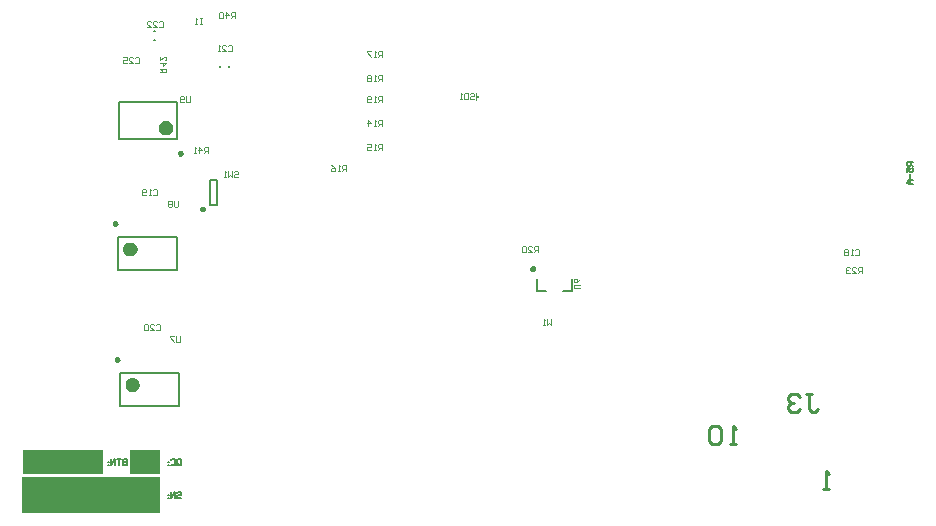
<source format=gbo>
%FSTAX23Y23*%
%MOIN*%
%SFA1B1*%

%IPPOS*%
%ADD36C,0.010000*%
%ADD64C,0.010000*%
%ADD65C,0.024000*%
%ADD66C,0.008000*%
%ADD69C,0.005000*%
%ADD70C,0.002000*%
%ADD121R,0.460000X0.120000*%
%ADD122R,0.100000X0.080000*%
%ADD123R,0.270000X0.080000*%
%LNkavi_pcb_r5-1*%
%LPD*%
G54D36*
X02622Y00208D02*
X02642D01*
X02632*
Y00158*
X02642Y00148*
X02652*
X02662Y00158*
X02602Y00198D02*
X02592Y00208D01*
X02572*
X02562Y00198*
Y00188*
X02572Y00178*
X02582*
X02572*
X02562Y00168*
Y00158*
X02572Y00148*
X02592*
X02602Y00158*
X0239Y0004D02*
X0237D01*
X0238*
Y001*
X0239Y0009*
X0234D02*
X0233Y001D01*
X0231*
X023Y0009*
Y0005*
X0231Y0004*
X0233*
X0234Y0005*
Y0009*
X027Y-0011D02*
X0268D01*
X0269*
Y-0005*
X027Y-0006*
G54D64*
X00324Y00776D02*
D01*
X00323Y00776*
X00323Y00776*
X00323Y00777*
X00323Y00777*
X00323Y00777*
X00323Y00778*
X00323Y00778*
X00323Y00778*
X00323Y00778*
X00322Y00779*
X00322Y00779*
X00322Y00779*
X00322Y00779*
X00321Y0078*
X00321Y0078*
X00321Y0078*
X0032Y0078*
X0032Y0078*
X0032Y0078*
X00319Y0078*
X00319Y0078*
X00319Y0078*
X00318*
X00318Y0078*
X00318Y0078*
X00317Y0078*
X00317Y0078*
X00317Y0078*
X00316Y0078*
X00316Y0078*
X00316Y0078*
X00315Y00779*
X00315Y00779*
X00315Y00779*
X00315Y00779*
X00314Y00778*
X00314Y00778*
X00314Y00778*
X00314Y00778*
X00314Y00777*
X00314Y00777*
X00314Y00777*
X00314Y00776*
X00314Y00776*
X00314Y00776*
X00314Y00775*
X00314Y00775*
X00314Y00774*
X00314Y00774*
X00314Y00774*
X00314Y00773*
X00314Y00773*
X00314Y00773*
X00314Y00773*
X00315Y00772*
X00315Y00772*
X00315Y00772*
X00315Y00772*
X00316Y00771*
X00316Y00771*
X00316Y00771*
X00317Y00771*
X00317Y00771*
X00317Y00771*
X00318Y00771*
X00318Y00771*
X00318Y00771*
X00319*
X00319Y00771*
X00319Y00771*
X0032Y00771*
X0032Y00771*
X0032Y00771*
X00321Y00771*
X00321Y00771*
X00321Y00771*
X00322Y00772*
X00322Y00772*
X00322Y00772*
X00322Y00772*
X00323Y00773*
X00323Y00773*
X00323Y00773*
X00323Y00773*
X00323Y00774*
X00323Y00774*
X00323Y00774*
X00323Y00775*
X00323Y00775*
X00324Y00776*
X00331Y00323D02*
D01*
X0033Y00323*
X0033Y00323*
X0033Y00324*
X0033Y00324*
X0033Y00324*
X0033Y00325*
X0033Y00325*
X0033Y00325*
X0033Y00325*
X00329Y00326*
X00329Y00326*
X00329Y00326*
X00329Y00326*
X00328Y00327*
X00328Y00327*
X00328Y00327*
X00327Y00327*
X00327Y00327*
X00327Y00327*
X00326Y00327*
X00326Y00327*
X00326Y00327*
X00325*
X00325Y00327*
X00325Y00327*
X00324Y00327*
X00324Y00327*
X00324Y00327*
X00323Y00327*
X00323Y00327*
X00323Y00327*
X00322Y00326*
X00322Y00326*
X00322Y00326*
X00322Y00326*
X00321Y00325*
X00321Y00325*
X00321Y00325*
X00321Y00325*
X00321Y00324*
X00321Y00324*
X00321Y00324*
X00321Y00323*
X00321Y00323*
X00321Y00323*
X00321Y00322*
X00321Y00322*
X00321Y00321*
X00321Y00321*
X00321Y00321*
X00321Y0032*
X00321Y0032*
X00321Y0032*
X00321Y0032*
X00322Y00319*
X00322Y00319*
X00322Y00319*
X00322Y00319*
X00323Y00318*
X00323Y00318*
X00323Y00318*
X00324Y00318*
X00324Y00318*
X00324Y00318*
X00325Y00318*
X00325Y00318*
X00325Y00318*
X00326*
X00326Y00318*
X00326Y00318*
X00327Y00318*
X00327Y00318*
X00327Y00318*
X00328Y00318*
X00328Y00318*
X00328Y00318*
X00329Y00319*
X00329Y00319*
X00329Y00319*
X00329Y00319*
X0033Y0032*
X0033Y0032*
X0033Y0032*
X0033Y0032*
X0033Y00321*
X0033Y00321*
X0033Y00321*
X0033Y00322*
X0033Y00322*
X00331Y00323*
X01717Y00626D02*
D01*
X01716Y00626*
X01716Y00626*
X01716Y00627*
X01716Y00627*
X01716Y00627*
X01716Y00628*
X01716Y00628*
X01716Y00628*
X01716Y00628*
X01715Y00629*
X01715Y00629*
X01715Y00629*
X01715Y00629*
X01714Y0063*
X01714Y0063*
X01714Y0063*
X01713Y0063*
X01713Y0063*
X01713Y0063*
X01712Y0063*
X01712Y0063*
X01712Y0063*
X01711*
X01711Y0063*
X01711Y0063*
X0171Y0063*
X0171Y0063*
X0171Y0063*
X01709Y0063*
X01709Y0063*
X01709Y0063*
X01708Y00629*
X01708Y00629*
X01708Y00629*
X01708Y00629*
X01707Y00628*
X01707Y00628*
X01707Y00628*
X01707Y00628*
X01707Y00627*
X01707Y00627*
X01707Y00627*
X01707Y00626*
X01707Y00626*
X01707Y00626*
X01707Y00625*
X01707Y00625*
X01707Y00624*
X01707Y00624*
X01707Y00624*
X01707Y00623*
X01707Y00623*
X01707Y00623*
X01707Y00623*
X01708Y00622*
X01708Y00622*
X01708Y00622*
X01708Y00622*
X01709Y00621*
X01709Y00621*
X01709Y00621*
X0171Y00621*
X0171Y00621*
X0171Y00621*
X01711Y00621*
X01711Y00621*
X01711Y00621*
X01712*
X01712Y00621*
X01712Y00621*
X01713Y00621*
X01713Y00621*
X01713Y00621*
X01714Y00621*
X01714Y00621*
X01714Y00621*
X01715Y00622*
X01715Y00622*
X01715Y00622*
X01715Y00622*
X01716Y00623*
X01716Y00623*
X01716Y00623*
X01716Y00623*
X01716Y00624*
X01716Y00624*
X01716Y00624*
X01716Y00625*
X01716Y00625*
X01717Y00626*
X00542Y01011D02*
D01*
X00541Y01011*
X00541Y01011*
X00541Y01012*
X00541Y01012*
X00541Y01012*
X00541Y01013*
X00541Y01013*
X00541Y01013*
X00541Y01013*
X0054Y01014*
X0054Y01014*
X0054Y01014*
X0054Y01014*
X00539Y01015*
X00539Y01015*
X00539Y01015*
X00538Y01015*
X00538Y01015*
X00538Y01015*
X00537Y01015*
X00537Y01015*
X00537Y01015*
X00536*
X00536Y01015*
X00536Y01015*
X00535Y01015*
X00535Y01015*
X00535Y01015*
X00534Y01015*
X00534Y01015*
X00534Y01015*
X00533Y01014*
X00533Y01014*
X00533Y01014*
X00533Y01014*
X00532Y01013*
X00532Y01013*
X00532Y01013*
X00532Y01013*
X00532Y01012*
X00532Y01012*
X00532Y01012*
X00532Y01011*
X00532Y01011*
X00532Y01011*
X00532Y0101*
X00532Y0101*
X00532Y01009*
X00532Y01009*
X00532Y01009*
X00532Y01008*
X00532Y01008*
X00532Y01008*
X00532Y01008*
X00533Y01007*
X00533Y01007*
X00533Y01007*
X00533Y01007*
X00534Y01006*
X00534Y01006*
X00534Y01006*
X00535Y01006*
X00535Y01006*
X00535Y01006*
X00536Y01006*
X00536Y01006*
X00536Y01006*
X00537*
X00537Y01006*
X00537Y01006*
X00538Y01006*
X00538Y01006*
X00538Y01006*
X00539Y01006*
X00539Y01006*
X00539Y01006*
X0054Y01007*
X0054Y01007*
X0054Y01007*
X0054Y01007*
X00541Y01008*
X00541Y01008*
X00541Y01008*
X00541Y01008*
X00541Y01009*
X00541Y01009*
X00541Y01009*
X00541Y0101*
X00541Y0101*
X00542Y01011*
X00616Y00825D02*
D01*
X00615Y00825*
X00615Y00825*
X00615Y00826*
X00615Y00826*
X00615Y00826*
X00615Y00827*
X00615Y00827*
X00615Y00827*
X00615Y00827*
X00614Y00828*
X00614Y00828*
X00614Y00828*
X00614Y00828*
X00613Y00829*
X00613Y00829*
X00613Y00829*
X00612Y00829*
X00612Y00829*
X00612Y00829*
X00611Y00829*
X00611Y00829*
X00611Y00829*
X0061*
X0061Y00829*
X0061Y00829*
X00609Y00829*
X00609Y00829*
X00609Y00829*
X00608Y00829*
X00608Y00829*
X00608Y00829*
X00607Y00828*
X00607Y00828*
X00607Y00828*
X00607Y00828*
X00606Y00827*
X00606Y00827*
X00606Y00827*
X00606Y00827*
X00606Y00826*
X00606Y00826*
X00606Y00826*
X00606Y00825*
X00606Y00825*
X00606Y00825*
X00606Y00824*
X00606Y00824*
X00606Y00823*
X00606Y00823*
X00606Y00823*
X00606Y00822*
X00606Y00822*
X00606Y00822*
X00606Y00822*
X00607Y00821*
X00607Y00821*
X00607Y00821*
X00607Y00821*
X00608Y0082*
X00608Y0082*
X00608Y0082*
X00609Y0082*
X00609Y0082*
X00609Y0082*
X0061Y0082*
X0061Y0082*
X0061Y0082*
X00611*
X00611Y0082*
X00611Y0082*
X00612Y0082*
X00612Y0082*
X00612Y0082*
X00613Y0082*
X00613Y0082*
X00613Y0082*
X00614Y00821*
X00614Y00821*
X00614Y00821*
X00614Y00821*
X00615Y00822*
X00615Y00822*
X00615Y00822*
X00615Y00822*
X00615Y00823*
X00615Y00823*
X00615Y00823*
X00615Y00824*
X00615Y00824*
X00616Y00825*
G54D65*
X00381Y00692D02*
D01*
X0038Y00692*
X0038Y00693*
X0038Y00694*
X0038Y00695*
X0038Y00696*
X00379Y00696*
X00379Y00697*
X00379Y00698*
X00378Y00699*
X00378Y00699*
X00377Y007*
X00377Y007*
X00376Y00701*
X00375Y00701*
X00375Y00702*
X00374Y00702*
X00373Y00703*
X00372Y00703*
X00371Y00703*
X00371Y00703*
X0037Y00703*
X00369Y00703*
X00368*
X00367Y00703*
X00366Y00703*
X00366Y00703*
X00365Y00703*
X00364Y00703*
X00363Y00702*
X00363Y00702*
X00362Y00701*
X00361Y00701*
X0036Y007*
X0036Y007*
X00359Y00699*
X00359Y00699*
X00358Y00698*
X00358Y00697*
X00358Y00696*
X00357Y00696*
X00357Y00695*
X00357Y00694*
X00357Y00693*
X00357Y00692*
X00357Y00692*
X00357Y00691*
X00357Y0069*
X00357Y00689*
X00357Y00688*
X00357Y00687*
X00358Y00687*
X00358Y00686*
X00358Y00685*
X00359Y00684*
X00359Y00684*
X0036Y00683*
X0036Y00683*
X00361Y00682*
X00362Y00682*
X00363Y00681*
X00363Y00681*
X00364Y0068*
X00365Y0068*
X00366Y0068*
X00366Y0068*
X00367Y0068*
X00368Y0068*
X00369*
X0037Y0068*
X00371Y0068*
X00371Y0068*
X00372Y0068*
X00373Y0068*
X00374Y00681*
X00375Y00681*
X00375Y00682*
X00376Y00682*
X00377Y00683*
X00377Y00683*
X00378Y00684*
X00378Y00684*
X00379Y00685*
X00379Y00686*
X00379Y00687*
X0038Y00687*
X0038Y00688*
X0038Y00689*
X0038Y0069*
X0038Y00691*
X00381Y00692*
X00388Y00239D02*
D01*
X00387Y00239*
X00387Y0024*
X00387Y00241*
X00387Y00242*
X00387Y00243*
X00386Y00243*
X00386Y00244*
X00386Y00245*
X00385Y00246*
X00385Y00246*
X00384Y00247*
X00384Y00247*
X00383Y00248*
X00382Y00248*
X00382Y00249*
X00381Y00249*
X0038Y0025*
X00379Y0025*
X00378Y0025*
X00378Y0025*
X00377Y0025*
X00376Y0025*
X00375*
X00374Y0025*
X00373Y0025*
X00373Y0025*
X00372Y0025*
X00371Y0025*
X0037Y00249*
X0037Y00249*
X00369Y00248*
X00368Y00248*
X00367Y00247*
X00367Y00247*
X00366Y00246*
X00366Y00246*
X00365Y00245*
X00365Y00244*
X00365Y00243*
X00364Y00243*
X00364Y00242*
X00364Y00241*
X00364Y0024*
X00364Y00239*
X00364Y00239*
X00364Y00238*
X00364Y00237*
X00364Y00236*
X00364Y00235*
X00364Y00234*
X00365Y00234*
X00365Y00233*
X00365Y00232*
X00366Y00231*
X00366Y00231*
X00367Y0023*
X00367Y0023*
X00368Y00229*
X00369Y00229*
X0037Y00228*
X0037Y00228*
X00371Y00227*
X00372Y00227*
X00373Y00227*
X00373Y00227*
X00374Y00227*
X00375Y00227*
X00376*
X00377Y00227*
X00378Y00227*
X00378Y00227*
X00379Y00227*
X0038Y00227*
X00381Y00228*
X00382Y00228*
X00382Y00229*
X00383Y00229*
X00384Y0023*
X00384Y0023*
X00385Y00231*
X00385Y00231*
X00386Y00232*
X00386Y00233*
X00386Y00234*
X00387Y00234*
X00387Y00235*
X00387Y00236*
X00387Y00237*
X00387Y00238*
X00388Y00239*
X005Y01096D02*
D01*
X00499Y01096*
X00499Y01097*
X00499Y01098*
X00499Y01099*
X00499Y011*
X00498Y011*
X00498Y01101*
X00498Y01102*
X00497Y01103*
X00497Y01103*
X00496Y01104*
X00496Y01104*
X00495Y01105*
X00494Y01105*
X00494Y01106*
X00493Y01106*
X00492Y01107*
X00491Y01107*
X0049Y01107*
X0049Y01107*
X00489Y01107*
X00488Y01107*
X00487*
X00486Y01107*
X00485Y01107*
X00485Y01107*
X00484Y01107*
X00483Y01107*
X00482Y01106*
X00482Y01106*
X00481Y01105*
X0048Y01105*
X00479Y01104*
X00479Y01104*
X00478Y01103*
X00478Y01103*
X00477Y01102*
X00477Y01101*
X00477Y011*
X00476Y011*
X00476Y01099*
X00476Y01098*
X00476Y01097*
X00476Y01096*
X00476Y01096*
X00476Y01095*
X00476Y01094*
X00476Y01093*
X00476Y01092*
X00476Y01091*
X00477Y01091*
X00477Y0109*
X00477Y01089*
X00478Y01088*
X00478Y01088*
X00479Y01087*
X00479Y01087*
X0048Y01086*
X00481Y01086*
X00482Y01085*
X00482Y01085*
X00483Y01084*
X00484Y01084*
X00485Y01084*
X00485Y01084*
X00486Y01084*
X00487Y01084*
X00488*
X00489Y01084*
X0049Y01084*
X0049Y01084*
X00491Y01084*
X00492Y01084*
X00493Y01085*
X00494Y01085*
X00494Y01086*
X00495Y01086*
X00496Y01087*
X00496Y01087*
X00497Y01088*
X00497Y01088*
X00498Y01089*
X00498Y0109*
X00498Y01091*
X00499Y01091*
X00499Y01092*
X00499Y01093*
X00499Y01094*
X00499Y01095*
X005Y01096*
G54D66*
X00526Y00621D02*
Y00731D01*
X0033Y00621D02*
Y00731D01*
Y00621D02*
X00526D01*
X0033Y00731D02*
X00526D01*
X00533Y00168D02*
Y00278D01*
X00337Y00168D02*
Y00278D01*
Y00168D02*
X00533D01*
X00337Y00278D02*
X00533D01*
X01811Y00551D02*
X01842D01*
Y00591*
X01724Y00551D02*
X01755D01*
X01724D02*
Y00591D01*
X00698Y01298D02*
Y01302D01*
X0067Y01298D02*
Y01302D01*
X00449Y01389D02*
X00453D01*
X00449Y01417D02*
X00453D01*
X00332Y01057D02*
Y01181D01*
X00525Y01057D02*
Y01181D01*
X00332D02*
X00525D01*
X00332Y01057D02*
X00525D01*
X0066Y00837D02*
Y00923D01*
X00636Y00837D02*
Y00923D01*
X0066*
X00636Y00837D02*
X0066D01*
G54D69*
X0298Y0098D02*
X0296D01*
Y0097*
X02963Y00967*
X0297*
X02973Y0097*
Y0098*
Y00973D02*
X0298Y00967D01*
X0296Y00947D02*
Y0096D01*
X0297*
X02967Y00953*
Y0095*
X0297Y00947*
X02977*
X0298Y0095*
Y00957*
X02977Y0096*
X0297Y0094D02*
Y00927D01*
X0298Y0092D02*
X02967D01*
X0296Y00913*
X02967Y00907*
X0298*
X0297*
Y0092*
X00527Y-00123D02*
X0053Y-0012D01*
X00537*
X0054Y-00123*
Y-00127*
X00537Y-0013*
X0053*
X00527Y-00133*
Y-00137*
X0053Y-0014*
X00537*
X0054Y-00137*
X0052Y-0014D02*
Y-0012D01*
X00507Y-0014*
Y-0012*
X005Y-00127D02*
X00497D01*
Y-0013*
X005*
Y-00127*
Y-00137D02*
X00497D01*
Y-0014*
X005*
Y-00137*
X00527Y-00027D02*
Y-00013D01*
X0053Y-0001*
X00537*
X0054Y-00013*
Y-00027*
X00537Y-0003*
X0053*
X00533Y-00023D02*
X00527Y-0003D01*
X0053D02*
X00527Y-00027D01*
X00507Y-00013D02*
X0051Y-0001D01*
X00517*
X0052Y-00013*
Y-00027*
X00517Y-0003*
X0051*
X00507Y-00027*
X005Y-00017D02*
X00497D01*
Y-0002*
X005*
Y-00017*
Y-00027D02*
X00497D01*
Y-0003*
X005*
Y-00027*
X0036Y-0001D02*
Y-0003D01*
X0035*
X00347Y-00027*
Y-00023*
X0035Y-0002*
X0036*
X0035*
X00347Y-00017*
Y-00013*
X0035Y-0001*
X0036*
X0034D02*
X00327D01*
X00333*
Y-0003*
X0032D02*
Y-0001D01*
X00307Y-0003*
Y-0001*
X003Y-00017D02*
X00297D01*
Y-0002*
X003*
Y-00017*
Y-00027D02*
X00297D01*
Y-0003*
X003*
Y-00027*
G54D70*
X0153Y012D02*
X01523D01*
X0153Y01197D02*
X01523D01*
Y0121D02*
Y01187D01*
X01503Y01207D02*
X01507Y0121D01*
X01513*
X01517Y01207*
Y01203*
X01513Y012*
X01507*
X01503Y01197*
Y01193*
X01507Y0119*
X01513*
X01517Y01193*
X01497Y0121D02*
Y0119D01*
X01487*
X01483Y01193*
Y01207*
X01487Y0121*
X01497*
X01477Y0119D02*
X0147D01*
X01473*
Y0121*
X01477Y01207*
X01772Y00457D02*
Y00437D01*
X01765Y00444*
X01759Y00437*
Y00457*
X01752Y00437D02*
X01745D01*
X01749*
Y00457*
X01752Y00454*
X0187Y0056D02*
X01853D01*
X0185Y00563*
Y0057*
X01853Y00573*
X0187*
Y00593D02*
X01867Y00587D01*
X0186Y0058*
X01853*
X0185Y00583*
Y0059*
X01853Y00593*
X01857*
X0186Y0059*
Y0058*
X0057Y012D02*
Y01183D01*
X00567Y0118*
X0056*
X00557Y01183*
Y012*
X0055Y01183D02*
X00547Y0118D01*
X0054*
X00537Y01183*
Y01197*
X0054Y012*
X00547*
X0055Y01197*
Y01193*
X00547Y0119*
X00537*
X00529Y00853D02*
Y00836D01*
X00526Y00833*
X00519*
X00516Y00836*
Y00853*
X00509Y0085D02*
X00506Y00853D01*
X00499*
X00496Y0085*
Y00846*
X00499Y00843*
X00496Y0084*
Y00836*
X00499Y00833*
X00506*
X00509Y00836*
Y0084*
X00506Y00843*
X00509Y00846*
Y0085*
X00506Y00843D02*
X00499D01*
X00536Y004D02*
Y00383D01*
X00533Y0038*
X00526*
X00523Y00383*
Y004*
X00516D02*
X00503D01*
Y00397*
X00516Y00383*
Y0038*
X00717Y00947D02*
X0072Y0095D01*
X00727*
X0073Y00947*
Y00943*
X00727Y0094*
X0072*
X00717Y00937*
Y00933*
X0072Y0093*
X00727*
X0073Y00933*
X0071Y0095D02*
Y0093D01*
X00703Y00937*
X00697Y0093*
Y0095*
X0069Y0093D02*
X00683D01*
X00687*
Y0095*
X0069Y00947*
X0173Y0068D02*
Y007D01*
X0172*
X01717Y00697*
Y0069*
X0172Y00687*
X0173*
X01723D02*
X01717Y0068D01*
X01697D02*
X0171D01*
X01697Y00693*
Y00697*
X017Y007*
X01707*
X0171Y00697*
X0169D02*
X01687Y007D01*
X0168*
X01677Y00697*
Y00683*
X0168Y0068*
X01687*
X0169Y00683*
Y00697*
X0047Y0128D02*
X0049D01*
Y0129*
X00487Y01293*
X0048*
X00477Y0129*
Y0128*
Y01287D02*
X0047Y01293D01*
Y0131D02*
X0049D01*
X0048Y013*
Y01313*
X0047Y01333D02*
Y0132D01*
X00483Y01333*
X00487*
X0049Y0133*
Y01323*
X00487Y0132*
X0063Y0101D02*
Y0103D01*
X0062*
X00617Y01027*
Y0102*
X0062Y01017*
X0063*
X00623D02*
X00617Y0101D01*
X006D02*
Y0103D01*
X0061Y0102*
X00597*
X0059Y0101D02*
X00583D01*
X00587*
Y0103*
X0059Y01027*
X0072Y0146D02*
Y0148D01*
X0071*
X00707Y01477*
Y0147*
X0071Y01467*
X0072*
X00713D02*
X00707Y0146D01*
X0069D02*
Y0148D01*
X007Y0147*
X00687*
X0068Y01477D02*
X00677Y0148D01*
X0067*
X00667Y01477*
Y01463*
X0067Y0146*
X00677*
X0068Y01463*
Y01477*
X0281Y0061D02*
Y0063D01*
X028*
X02797Y00627*
Y0062*
X028Y00617*
X0281*
X02803D02*
X02797Y0061D01*
X02777D02*
X0279D01*
X02777Y00623*
Y00627*
X0278Y0063*
X02787*
X0279Y00627*
X0277D02*
X02767Y0063D01*
X0276*
X02757Y00627*
Y00623*
X0276Y0062*
X02763*
X0276*
X02757Y00617*
Y00613*
X0276Y0061*
X02767*
X0277Y00613*
X0121Y0118D02*
Y012D01*
X012*
X01197Y01197*
Y0119*
X012Y01187*
X0121*
X01203D02*
X01197Y0118D01*
X0119D02*
X01183D01*
X01187*
Y012*
X0119Y01197*
X01173Y01183D02*
X0117Y0118D01*
X01163*
X0116Y01183*
Y01197*
X01163Y012*
X0117*
X01173Y01197*
Y01193*
X0117Y0119*
X0116*
X0121Y0125D02*
Y0127D01*
X012*
X01197Y01267*
Y0126*
X012Y01257*
X0121*
X01203D02*
X01197Y0125D01*
X0119D02*
X01183D01*
X01187*
Y0127*
X0119Y01267*
X01173D02*
X0117Y0127D01*
X01163*
X0116Y01267*
Y01263*
X01163Y0126*
X0116Y01257*
Y01253*
X01163Y0125*
X0117*
X01173Y01253*
Y01257*
X0117Y0126*
X01173Y01263*
Y01267*
X0117Y0126D02*
X01163D01*
X0121Y0133D02*
Y0135D01*
X012*
X01197Y01347*
Y0134*
X012Y01337*
X0121*
X01203D02*
X01197Y0133D01*
X0119D02*
X01183D01*
X01187*
Y0135*
X0119Y01347*
X01173Y0135D02*
X0116D01*
Y01347*
X01173Y01333*
Y0133*
X0109Y0095D02*
Y0097D01*
X0108*
X01077Y00967*
Y0096*
X0108Y00957*
X0109*
X01083D02*
X01077Y0095D01*
X0107D02*
X01063D01*
X01067*
Y0097*
X0107Y00967*
X0104Y0097D02*
X01047Y00967D01*
X01053Y0096*
Y00953*
X0105Y0095*
X01043*
X0104Y00953*
Y00957*
X01043Y0096*
X01053*
X0121Y0102D02*
Y0104D01*
X012*
X01197Y01037*
Y0103*
X012Y01027*
X0121*
X01203D02*
X01197Y0102D01*
X0119D02*
X01183D01*
X01187*
Y0104*
X0119Y01037*
X0116Y0104D02*
X01173D01*
Y0103*
X01167Y01033*
X01163*
X0116Y0103*
Y01023*
X01163Y0102*
X0117*
X01173Y01023*
X0121Y011D02*
Y0112D01*
X012*
X01197Y01117*
Y0111*
X012Y01107*
X0121*
X01203D02*
X01197Y011D01*
X0119D02*
X01183D01*
X01187*
Y0112*
X0119Y01117*
X01163Y011D02*
Y0112D01*
X01173Y0111*
X0116*
X0061Y0146D02*
X00603D01*
X00607*
Y0144*
X0061*
X00603*
X00593D02*
X00587D01*
X0059*
Y0146*
X00593Y01457*
X00387Y01327D02*
X0039Y0133D01*
X00397*
X004Y01327*
Y01313*
X00397Y0131*
X0039*
X00387Y01313*
X00367Y0131D02*
X0038D01*
X00367Y01323*
Y01327*
X0037Y0133*
X00377*
X0038Y01327*
X00347Y0133D02*
X0036D01*
Y0132*
X00353Y01323*
X0035*
X00347Y0132*
Y01313*
X0035Y0131*
X00357*
X0036Y01313*
X00467Y01447D02*
X0047Y0145D01*
X00477*
X0048Y01447*
Y01433*
X00477Y0143*
X0047*
X00467Y01433*
X00447Y0143D02*
X0046D01*
X00447Y01443*
Y01447*
X0045Y0145*
X00457*
X0046Y01447*
X00427Y0143D02*
X0044D01*
X00427Y01443*
Y01447*
X0043Y0145*
X00437*
X0044Y01447*
X00697Y01367D02*
X007Y0137D01*
X00707*
X0071Y01367*
Y01353*
X00707Y0135*
X007*
X00697Y01353*
X00677Y0135D02*
X0069D01*
X00677Y01363*
Y01367*
X0068Y0137*
X00687*
X0069Y01367*
X0067Y0135D02*
X00663D01*
X00667*
Y0137*
X0067Y01367*
X00457Y00437D02*
X0046Y0044D01*
X00467*
X0047Y00437*
Y00423*
X00467Y0042*
X0046*
X00457Y00423*
X00437Y0042D02*
X0045D01*
X00437Y00433*
Y00437*
X0044Y0044*
X00447*
X0045Y00437*
X0043D02*
X00427Y0044D01*
X0042*
X00417Y00437*
Y00423*
X0042Y0042*
X00427*
X0043Y00423*
Y00437*
X00447Y00887D02*
X0045Y0089D01*
X00457*
X0046Y00887*
Y00873*
X00457Y0087*
X0045*
X00447Y00873*
X0044Y0087D02*
X00433D01*
X00437*
Y0089*
X0044Y00887*
X00423Y00873D02*
X0042Y0087D01*
X00413*
X0041Y00873*
Y00887*
X00413Y0089*
X0042*
X00423Y00887*
Y00883*
X0042Y0088*
X0041*
X02787Y00687D02*
X0279Y0069D01*
X02797*
X028Y00687*
Y00673*
X02797Y0067*
X0279*
X02787Y00673*
X0278Y0067D02*
X02773D01*
X02777*
Y0069*
X0278Y00687*
X02763D02*
X0276Y0069D01*
X02753*
X0275Y00687*
Y00683*
X02753Y0068*
X0275Y00677*
Y00673*
X02753Y0067*
X0276*
X02763Y00673*
Y00677*
X0276Y0068*
X02763Y00683*
Y00687*
X0276Y0068D02*
X02753D01*
G54D121*
X0024Y-0013D03*
G54D122*
X0042Y-0002D03*
G54D123*
X00145Y-0002D03*
M02*
</source>
